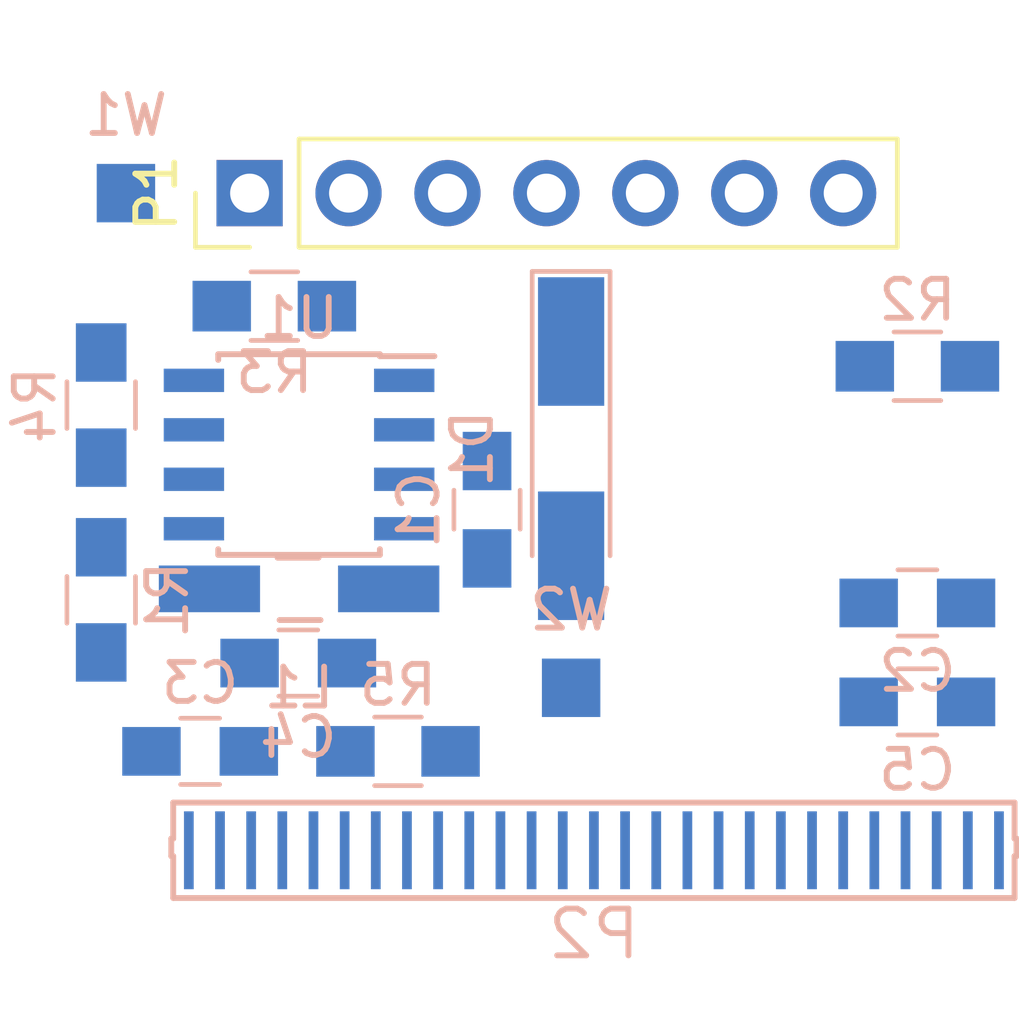
<source format=kicad_pcb>
(kicad_pcb (version 4) (host pcbnew 4.0.4-stable)

  (general
    (links 41)
    (no_connects 31)
    (area 0 0 0 0)
    (thickness 1.6)
    (drawings 0)
    (tracks 0)
    (zones 0)
    (modules 17)
    (nets 18)
  )

  (page A4)
  (layers
    (0 F.Cu signal)
    (31 B.Cu signal)
    (32 B.Adhes user)
    (33 F.Adhes user)
    (34 B.Paste user)
    (35 F.Paste user)
    (36 B.SilkS user)
    (37 F.SilkS user)
    (38 B.Mask user)
    (39 F.Mask user)
    (40 Dwgs.User user)
    (41 Cmts.User user)
    (42 Eco1.User user)
    (43 Eco2.User user)
    (44 Edge.Cuts user)
    (45 Margin user)
    (46 B.CrtYd user)
    (47 F.CrtYd user)
    (48 B.Fab user)
    (49 F.Fab user)
  )

  (setup
    (last_trace_width 0.25)
    (trace_clearance 0.2)
    (zone_clearance 0.508)
    (zone_45_only no)
    (trace_min 0.2)
    (segment_width 0.2)
    (edge_width 0.15)
    (via_size 0.6)
    (via_drill 0.4)
    (via_min_size 0.4)
    (via_min_drill 0.3)
    (uvia_size 0.3)
    (uvia_drill 0.1)
    (uvias_allowed no)
    (uvia_min_size 0.2)
    (uvia_min_drill 0.1)
    (pcb_text_width 0.3)
    (pcb_text_size 1.5 1.5)
    (mod_edge_width 0.15)
    (mod_text_size 1 1)
    (mod_text_width 0.15)
    (pad_size 1.524 1.524)
    (pad_drill 0.762)
    (pad_to_mask_clearance 0.2)
    (aux_axis_origin 0 0)
    (visible_elements FFFFFF7F)
    (pcbplotparams
      (layerselection 0x00030_80000001)
      (usegerberextensions false)
      (excludeedgelayer true)
      (linewidth 0.200000)
      (plotframeref false)
      (viasonmask false)
      (mode 1)
      (useauxorigin false)
      (hpglpennumber 1)
      (hpglpenspeed 20)
      (hpglpendiameter 15)
      (hpglpenoverlay 2)
      (psnegative false)
      (psa4output false)
      (plotreference true)
      (plotvalue true)
      (plotinvisibletext false)
      (padsonsilk false)
      (subtractmaskfromsilk false)
      (outputformat 1)
      (mirror false)
      (drillshape 1)
      (scaleselection 1)
      (outputdirectory ""))
  )

  (net 0 "")
  (net 1 "Net-(C1-Pad1)")
  (net 2 GND)
  (net 3 VCC)
  (net 4 VDD)
  (net 5 "Net-(C4-Pad2)")
  (net 6 VCOM)
  (net 7 "Net-(D1-Pad1)")
  (net 8 VEE)
  (net 9 SCL)
  (net 10 SDA)
  (net 11 RST)
  (net 12 DC)
  (net 13 CS)
  (net 14 "Net-(P2-Pad19)")
  (net 15 "Net-(R1-Pad2)")
  (net 16 "Net-(R3-Pad1)")
  (net 17 "Net-(R3-Pad2)")

  (net_class Default "This is the default net class."
    (clearance 0.2)
    (trace_width 0.25)
    (via_dia 0.6)
    (via_drill 0.4)
    (uvia_dia 0.3)
    (uvia_drill 0.1)
    (add_net CS)
    (add_net DC)
    (add_net GND)
    (add_net "Net-(C1-Pad1)")
    (add_net "Net-(C4-Pad2)")
    (add_net "Net-(D1-Pad1)")
    (add_net "Net-(P2-Pad19)")
    (add_net "Net-(R1-Pad2)")
    (add_net "Net-(R3-Pad1)")
    (add_net "Net-(R3-Pad2)")
    (add_net RST)
    (add_net SCL)
    (add_net SDA)
    (add_net VCC)
    (add_net VCOM)
    (add_net VDD)
    (add_net VEE)
  )

  (module Capacitors_SMD:C_0805_HandSoldering (layer B.Cu) (tedit 58AA84A8) (tstamp 58BE01DA)
    (at 147.066 89.408 270)
    (descr "Capacitor SMD 0805, hand soldering")
    (tags "capacitor 0805")
    (path /58BBE04D)
    (attr smd)
    (fp_text reference C1 (at 0 1.75 270) (layer B.SilkS)
      (effects (font (size 1 1) (thickness 0.15)) (justify mirror))
    )
    (fp_text value 470P (at 0 -1.75 270) (layer B.Fab)
      (effects (font (size 1 1) (thickness 0.15)) (justify mirror))
    )
    (fp_text user %R (at 0 1.75 270) (layer B.Fab)
      (effects (font (size 1 1) (thickness 0.15)) (justify mirror))
    )
    (fp_line (start -1 -0.62) (end -1 0.62) (layer B.Fab) (width 0.1))
    (fp_line (start 1 -0.62) (end -1 -0.62) (layer B.Fab) (width 0.1))
    (fp_line (start 1 0.62) (end 1 -0.62) (layer B.Fab) (width 0.1))
    (fp_line (start -1 0.62) (end 1 0.62) (layer B.Fab) (width 0.1))
    (fp_line (start 0.5 0.85) (end -0.5 0.85) (layer B.SilkS) (width 0.12))
    (fp_line (start -0.5 -0.85) (end 0.5 -0.85) (layer B.SilkS) (width 0.12))
    (fp_line (start -2.25 0.88) (end 2.25 0.88) (layer B.CrtYd) (width 0.05))
    (fp_line (start -2.25 0.88) (end -2.25 -0.87) (layer B.CrtYd) (width 0.05))
    (fp_line (start 2.25 -0.87) (end 2.25 0.88) (layer B.CrtYd) (width 0.05))
    (fp_line (start 2.25 -0.87) (end -2.25 -0.87) (layer B.CrtYd) (width 0.05))
    (pad 1 smd rect (at -1.25 0 270) (size 1.5 1.25) (layers B.Cu B.Paste B.Mask)
      (net 1 "Net-(C1-Pad1)"))
    (pad 2 smd rect (at 1.25 0 270) (size 1.5 1.25) (layers B.Cu B.Paste B.Mask)
      (net 2 GND))
    (model Capacitors_SMD.3dshapes/C_0805.wrl
      (at (xyz 0 0 0))
      (scale (xyz 1 1 1))
      (rotate (xyz 0 0 0))
    )
  )

  (module Capacitors_SMD:C_0805_HandSoldering (layer B.Cu) (tedit 58AA84A8) (tstamp 58BE01E0)
    (at 158.115 91.801534)
    (descr "Capacitor SMD 0805, hand soldering")
    (tags "capacitor 0805")
    (path /58BBCA6A)
    (attr smd)
    (fp_text reference C2 (at 0 1.75) (layer B.SilkS)
      (effects (font (size 1 1) (thickness 0.15)) (justify mirror))
    )
    (fp_text value 4.7uF (at 0 -1.75) (layer B.Fab)
      (effects (font (size 1 1) (thickness 0.15)) (justify mirror))
    )
    (fp_text user %R (at 0 1.75) (layer B.Fab)
      (effects (font (size 1 1) (thickness 0.15)) (justify mirror))
    )
    (fp_line (start -1 -0.62) (end -1 0.62) (layer B.Fab) (width 0.1))
    (fp_line (start 1 -0.62) (end -1 -0.62) (layer B.Fab) (width 0.1))
    (fp_line (start 1 0.62) (end 1 -0.62) (layer B.Fab) (width 0.1))
    (fp_line (start -1 0.62) (end 1 0.62) (layer B.Fab) (width 0.1))
    (fp_line (start 0.5 0.85) (end -0.5 0.85) (layer B.SilkS) (width 0.12))
    (fp_line (start -0.5 -0.85) (end 0.5 -0.85) (layer B.SilkS) (width 0.12))
    (fp_line (start -2.25 0.88) (end 2.25 0.88) (layer B.CrtYd) (width 0.05))
    (fp_line (start -2.25 0.88) (end -2.25 -0.87) (layer B.CrtYd) (width 0.05))
    (fp_line (start 2.25 -0.87) (end 2.25 0.88) (layer B.CrtYd) (width 0.05))
    (fp_line (start 2.25 -0.87) (end -2.25 -0.87) (layer B.CrtYd) (width 0.05))
    (pad 1 smd rect (at -1.25 0) (size 1.5 1.25) (layers B.Cu B.Paste B.Mask)
      (net 3 VCC))
    (pad 2 smd rect (at 1.25 0) (size 1.5 1.25) (layers B.Cu B.Paste B.Mask)
      (net 2 GND))
    (model Capacitors_SMD.3dshapes/C_0805.wrl
      (at (xyz 0 0 0))
      (scale (xyz 1 1 1))
      (rotate (xyz 0 0 0))
    )
  )

  (module Capacitors_SMD:C_0805_HandSoldering (layer B.Cu) (tedit 58AA84A8) (tstamp 58BE01E6)
    (at 139.7 95.611534 180)
    (descr "Capacitor SMD 0805, hand soldering")
    (tags "capacitor 0805")
    (path /58BBC9F3)
    (attr smd)
    (fp_text reference C3 (at 0 1.75 180) (layer B.SilkS)
      (effects (font (size 1 1) (thickness 0.15)) (justify mirror))
    )
    (fp_text value 4.7uF (at 0 -1.75 180) (layer B.Fab)
      (effects (font (size 1 1) (thickness 0.15)) (justify mirror))
    )
    (fp_text user %R (at 0 1.75 180) (layer B.Fab)
      (effects (font (size 1 1) (thickness 0.15)) (justify mirror))
    )
    (fp_line (start -1 -0.62) (end -1 0.62) (layer B.Fab) (width 0.1))
    (fp_line (start 1 -0.62) (end -1 -0.62) (layer B.Fab) (width 0.1))
    (fp_line (start 1 0.62) (end 1 -0.62) (layer B.Fab) (width 0.1))
    (fp_line (start -1 0.62) (end 1 0.62) (layer B.Fab) (width 0.1))
    (fp_line (start 0.5 0.85) (end -0.5 0.85) (layer B.SilkS) (width 0.12))
    (fp_line (start -0.5 -0.85) (end 0.5 -0.85) (layer B.SilkS) (width 0.12))
    (fp_line (start -2.25 0.88) (end 2.25 0.88) (layer B.CrtYd) (width 0.05))
    (fp_line (start -2.25 0.88) (end -2.25 -0.87) (layer B.CrtYd) (width 0.05))
    (fp_line (start 2.25 -0.87) (end 2.25 0.88) (layer B.CrtYd) (width 0.05))
    (fp_line (start 2.25 -0.87) (end -2.25 -0.87) (layer B.CrtYd) (width 0.05))
    (pad 1 smd rect (at -1.25 0 180) (size 1.5 1.25) (layers B.Cu B.Paste B.Mask)
      (net 4 VDD))
    (pad 2 smd rect (at 1.25 0 180) (size 1.5 1.25) (layers B.Cu B.Paste B.Mask)
      (net 2 GND))
    (model Capacitors_SMD.3dshapes/C_0805.wrl
      (at (xyz 0 0 0))
      (scale (xyz 1 1 1))
      (rotate (xyz 0 0 0))
    )
  )

  (module Capacitors_SMD:C_0805_HandSoldering (layer B.Cu) (tedit 58AA84A8) (tstamp 58BE01EC)
    (at 142.22 93.345)
    (descr "Capacitor SMD 0805, hand soldering")
    (tags "capacitor 0805")
    (path /58BBE87B)
    (attr smd)
    (fp_text reference C4 (at 0 1.905) (layer B.SilkS)
      (effects (font (size 1 1) (thickness 0.15)) (justify mirror))
    )
    (fp_text value 470 (at 0 -1.75) (layer B.Fab)
      (effects (font (size 1 1) (thickness 0.15)) (justify mirror))
    )
    (fp_text user %R (at 0 1.75) (layer B.Fab)
      (effects (font (size 1 1) (thickness 0.15)) (justify mirror))
    )
    (fp_line (start -1 -0.62) (end -1 0.62) (layer B.Fab) (width 0.1))
    (fp_line (start 1 -0.62) (end -1 -0.62) (layer B.Fab) (width 0.1))
    (fp_line (start 1 0.62) (end 1 -0.62) (layer B.Fab) (width 0.1))
    (fp_line (start -1 0.62) (end 1 0.62) (layer B.Fab) (width 0.1))
    (fp_line (start 0.5 0.85) (end -0.5 0.85) (layer B.SilkS) (width 0.12))
    (fp_line (start -0.5 -0.85) (end 0.5 -0.85) (layer B.SilkS) (width 0.12))
    (fp_line (start -2.25 0.88) (end 2.25 0.88) (layer B.CrtYd) (width 0.05))
    (fp_line (start -2.25 0.88) (end -2.25 -0.87) (layer B.CrtYd) (width 0.05))
    (fp_line (start 2.25 -0.87) (end 2.25 0.88) (layer B.CrtYd) (width 0.05))
    (fp_line (start 2.25 -0.87) (end -2.25 -0.87) (layer B.CrtYd) (width 0.05))
    (pad 1 smd rect (at -1.25 0) (size 1.5 1.25) (layers B.Cu B.Paste B.Mask)
      (net 2 GND))
    (pad 2 smd rect (at 1.25 0) (size 1.5 1.25) (layers B.Cu B.Paste B.Mask)
      (net 5 "Net-(C4-Pad2)"))
    (model Capacitors_SMD.3dshapes/C_0805.wrl
      (at (xyz 0 0 0))
      (scale (xyz 1 1 1))
      (rotate (xyz 0 0 0))
    )
  )

  (module Capacitors_SMD:C_0805_HandSoldering (layer B.Cu) (tedit 58AA84A8) (tstamp 58BE01F2)
    (at 158.115 94.341534)
    (descr "Capacitor SMD 0805, hand soldering")
    (tags "capacitor 0805")
    (path /58BBC890)
    (attr smd)
    (fp_text reference C5 (at 0 1.75) (layer B.SilkS)
      (effects (font (size 1 1) (thickness 0.15)) (justify mirror))
    )
    (fp_text value 4.7uF (at 0 -1.75) (layer B.Fab)
      (effects (font (size 1 1) (thickness 0.15)) (justify mirror))
    )
    (fp_text user %R (at 0 1.75) (layer B.Fab)
      (effects (font (size 1 1) (thickness 0.15)) (justify mirror))
    )
    (fp_line (start -1 -0.62) (end -1 0.62) (layer B.Fab) (width 0.1))
    (fp_line (start 1 -0.62) (end -1 -0.62) (layer B.Fab) (width 0.1))
    (fp_line (start 1 0.62) (end 1 -0.62) (layer B.Fab) (width 0.1))
    (fp_line (start -1 0.62) (end 1 0.62) (layer B.Fab) (width 0.1))
    (fp_line (start 0.5 0.85) (end -0.5 0.85) (layer B.SilkS) (width 0.12))
    (fp_line (start -0.5 -0.85) (end 0.5 -0.85) (layer B.SilkS) (width 0.12))
    (fp_line (start -2.25 0.88) (end 2.25 0.88) (layer B.CrtYd) (width 0.05))
    (fp_line (start -2.25 0.88) (end -2.25 -0.87) (layer B.CrtYd) (width 0.05))
    (fp_line (start 2.25 -0.87) (end 2.25 0.88) (layer B.CrtYd) (width 0.05))
    (fp_line (start 2.25 -0.87) (end -2.25 -0.87) (layer B.CrtYd) (width 0.05))
    (pad 1 smd rect (at -1.25 0) (size 1.5 1.25) (layers B.Cu B.Paste B.Mask)
      (net 6 VCOM))
    (pad 2 smd rect (at 1.25 0) (size 1.5 1.25) (layers B.Cu B.Paste B.Mask)
      (net 2 GND))
    (model Capacitors_SMD.3dshapes/C_0805.wrl
      (at (xyz 0 0 0))
      (scale (xyz 1 1 1))
      (rotate (xyz 0 0 0))
    )
  )

  (module Diodes_SMD:D_MiniMELF_Handsoldering (layer B.Cu) (tedit 586459CA) (tstamp 58BE01F8)
    (at 149.225 87.84 270)
    (descr "Diode Mini-MELF Handsoldering")
    (tags "Diode Mini-MELF Handsoldering")
    (path /58BBDCC5)
    (attr smd)
    (fp_text reference D1 (at 0 2.54 270) (layer B.SilkS)
      (effects (font (size 1 1) (thickness 0.15)) (justify mirror))
    )
    (fp_text value 1N5819 (at 0 -3.81 270) (layer B.Fab)
      (effects (font (size 1 1) (thickness 0.15)) (justify mirror))
    )
    (fp_line (start 2.75 1) (end -4.55 1) (layer B.SilkS) (width 0.12))
    (fp_line (start -4.55 1) (end -4.55 -1) (layer B.SilkS) (width 0.12))
    (fp_line (start -4.55 -1) (end 2.75 -1) (layer B.SilkS) (width 0.12))
    (fp_line (start 1.65 0.8) (end 1.65 -0.8) (layer B.Fab) (width 0.1))
    (fp_line (start 1.65 -0.8) (end -1.65 -0.8) (layer B.Fab) (width 0.1))
    (fp_line (start -1.65 -0.8) (end -1.65 0.8) (layer B.Fab) (width 0.1))
    (fp_line (start -1.65 0.8) (end 1.65 0.8) (layer B.Fab) (width 0.1))
    (fp_line (start 0.25 0) (end 0.75 0) (layer B.Fab) (width 0.1))
    (fp_line (start 0.25 -0.4) (end -0.35 0) (layer B.Fab) (width 0.1))
    (fp_line (start 0.25 0.4) (end 0.25 -0.4) (layer B.Fab) (width 0.1))
    (fp_line (start -0.35 0) (end 0.25 0.4) (layer B.Fab) (width 0.1))
    (fp_line (start -0.35 0) (end -0.35 -0.55) (layer B.Fab) (width 0.1))
    (fp_line (start -0.35 0) (end -0.35 0.55) (layer B.Fab) (width 0.1))
    (fp_line (start -0.75 0) (end -0.35 0) (layer B.Fab) (width 0.1))
    (fp_line (start -4.65 1.1) (end 4.65 1.1) (layer B.CrtYd) (width 0.05))
    (fp_line (start 4.65 1.1) (end 4.65 -1.1) (layer B.CrtYd) (width 0.05))
    (fp_line (start 4.65 -1.1) (end -4.65 -1.1) (layer B.CrtYd) (width 0.05))
    (fp_line (start -4.65 -1.1) (end -4.65 1.1) (layer B.CrtYd) (width 0.05))
    (pad 1 smd rect (at -2.75 0 270) (size 3.3 1.7) (layers B.Cu B.Paste B.Mask)
      (net 7 "Net-(D1-Pad1)"))
    (pad 2 smd rect (at 2.75 0 270) (size 3.3 1.7) (layers B.Cu B.Paste B.Mask)
      (net 2 GND))
    (model Diodes_SMD.3dshapes/D_MiniMELF_Handsoldering.wrl
      (at (xyz 0 0 0))
      (scale (xyz 0.3937 0.3937 0.3937))
      (rotate (xyz 0 0 180))
    )
  )

  (module Choke_SMD:Choke_SMD_1206_Handsoldering (layer B.Cu) (tedit 0) (tstamp 58BE01FE)
    (at 142.24 91.44)
    (descr "Choke, Drossel, SMD, 1206, Handsoldering,")
    (tags "Choke, Drossel, SMD, 1206, Handsoldering,")
    (path /58BBEF34)
    (attr smd)
    (fp_text reference L1 (at 0 2.54) (layer B.SilkS)
      (effects (font (size 1 1) (thickness 0.15)) (justify mirror))
    )
    (fp_text value 220uH (at 0 -2.54) (layer B.Fab)
      (effects (font (size 1 1) (thickness 0.15)) (justify mirror))
    )
    (fp_line (start -0.55118 -0.8001) (end 0.50038 -0.8001) (layer B.SilkS) (width 0.15))
    (fp_line (start 0.55118 0.8001) (end -0.50038 0.8001) (layer B.SilkS) (width 0.15))
    (pad 1 smd rect (at -2.30124 0) (size 2.59842 1.19888) (layers B.Cu B.Paste B.Mask)
      (net 7 "Net-(D1-Pad1)"))
    (pad 2 smd rect (at 2.30124 0) (size 2.60096 1.19888) (layers B.Cu B.Paste B.Mask)
      (net 5 "Net-(C4-Pad2)"))
  )

  (module Pin_Headers:Pin_Header_Straight_1x07_Pitch2.54mm (layer F.Cu) (tedit 5862ED52) (tstamp 58BE0209)
    (at 140.97 81.28 90)
    (descr "Through hole straight pin header, 1x07, 2.54mm pitch, single row")
    (tags "Through hole pin header THT 1x07 2.54mm single row")
    (path /58BBCB80)
    (fp_text reference P1 (at 0 -2.39 90) (layer F.SilkS)
      (effects (font (size 1 1) (thickness 0.15)))
    )
    (fp_text value CONN_01X07 (at 0 17.63 90) (layer F.Fab)
      (effects (font (size 1 1) (thickness 0.15)))
    )
    (fp_line (start -1.27 -1.27) (end -1.27 16.51) (layer F.Fab) (width 0.1))
    (fp_line (start -1.27 16.51) (end 1.27 16.51) (layer F.Fab) (width 0.1))
    (fp_line (start 1.27 16.51) (end 1.27 -1.27) (layer F.Fab) (width 0.1))
    (fp_line (start 1.27 -1.27) (end -1.27 -1.27) (layer F.Fab) (width 0.1))
    (fp_line (start -1.39 1.27) (end -1.39 16.63) (layer F.SilkS) (width 0.12))
    (fp_line (start -1.39 16.63) (end 1.39 16.63) (layer F.SilkS) (width 0.12))
    (fp_line (start 1.39 16.63) (end 1.39 1.27) (layer F.SilkS) (width 0.12))
    (fp_line (start 1.39 1.27) (end -1.39 1.27) (layer F.SilkS) (width 0.12))
    (fp_line (start -1.39 0) (end -1.39 -1.39) (layer F.SilkS) (width 0.12))
    (fp_line (start -1.39 -1.39) (end 0 -1.39) (layer F.SilkS) (width 0.12))
    (fp_line (start -1.6 -1.6) (end -1.6 16.8) (layer F.CrtYd) (width 0.05))
    (fp_line (start -1.6 16.8) (end 1.6 16.8) (layer F.CrtYd) (width 0.05))
    (fp_line (start 1.6 16.8) (end 1.6 -1.6) (layer F.CrtYd) (width 0.05))
    (fp_line (start 1.6 -1.6) (end -1.6 -1.6) (layer F.CrtYd) (width 0.05))
    (pad 1 thru_hole rect (at 0 0 90) (size 1.7 1.7) (drill 1) (layers *.Cu *.Mask)
      (net 2 GND))
    (pad 2 thru_hole oval (at 0 2.54 90) (size 1.7 1.7) (drill 1) (layers *.Cu *.Mask)
      (net 8 VEE))
    (pad 3 thru_hole oval (at 0 5.08 90) (size 1.7 1.7) (drill 1) (layers *.Cu *.Mask)
      (net 9 SCL))
    (pad 4 thru_hole oval (at 0 7.62 90) (size 1.7 1.7) (drill 1) (layers *.Cu *.Mask)
      (net 10 SDA))
    (pad 5 thru_hole oval (at 0 10.16 90) (size 1.7 1.7) (drill 1) (layers *.Cu *.Mask)
      (net 11 RST))
    (pad 6 thru_hole oval (at 0 12.7 90) (size 1.7 1.7) (drill 1) (layers *.Cu *.Mask)
      (net 12 DC))
    (pad 7 thru_hole oval (at 0 15.24 90) (size 1.7 1.7) (drill 1) (layers *.Cu *.Mask)
      (net 13 CS))
    (model Pin_Headers.3dshapes/Pin_Header_Straight_1x07_Pitch2.54mm.wrl
      (at (xyz 0 -0.3 0))
      (scale (xyz 1 1 1))
      (rotate (xyz 0 0 90))
    )
  )

  (module footprints:FPC_27 (layer B.Cu) (tedit 0) (tstamp 58BE0236)
    (at 149.81 98.151534 180)
    (path /58BBC321)
    (fp_text reference P2 (at 0 -2.15 180) (layer B.SilkS)
      (effects (font (size 1.2 1.2) (thickness 0.15)) (justify mirror))
    )
    (fp_text value CONN_01X27 (at 0 -3.5 180) (layer B.Fab)
      (effects (font (size 1.2 1.2) (thickness 0.15)) (justify mirror))
    )
    (fp_line (start -10.8 1.225) (end 10.8 1.225) (layer B.SilkS) (width 0.15))
    (fp_line (start -10.8 -1.225) (end 10.8 -1.225) (layer B.SilkS) (width 0.15))
    (fp_line (start -10.8 -1.225) (end -10.8 -0.15) (layer B.SilkS) (width 0.15))
    (fp_line (start 10.8 -1.225) (end 10.8 -0.15) (layer B.SilkS) (width 0.15))
    (fp_line (start -10.8 -0.15) (end -10.85 -0.15) (layer B.SilkS) (width 0.15))
    (fp_line (start 10.8 -0.15) (end 10.85 -0.15) (layer B.SilkS) (width 0.15))
    (fp_line (start -10.85 -0.15) (end -10.85 0.3) (layer B.SilkS) (width 0.15))
    (fp_line (start 10.85 -0.15) (end 10.85 0.3) (layer B.SilkS) (width 0.15))
    (fp_line (start -10.85 0.3) (end -10.8 0.3) (layer B.SilkS) (width 0.15))
    (fp_line (start 10.85 0.3) (end 10.8 0.3) (layer B.SilkS) (width 0.15))
    (fp_line (start -10.8 0.3) (end -10.8 1.225) (layer B.SilkS) (width 0.15))
    (fp_line (start 10.8 0.3) (end 10.8 1.225) (layer B.SilkS) (width 0.15))
    (pad 1 smd rect (at -10.4 0 180) (size 0.25 2) (layers B.Cu B.Paste B.Mask))
    (pad 2 smd rect (at -9.6 0 180) (size 0.25 2) (layers B.Cu B.Paste B.Mask)
      (net 2 GND))
    (pad 3 smd rect (at -8.8 0 180) (size 0.25 2) (layers B.Cu B.Paste B.Mask)
      (net 4 VDD))
    (pad 4 smd rect (at -8 0 180) (size 0.25 2) (layers B.Cu B.Paste B.Mask)
      (net 3 VCC))
    (pad 5 smd rect (at -7.2 0 180) (size 0.25 2) (layers B.Cu B.Paste B.Mask)
      (net 6 VCOM))
    (pad 6 smd rect (at -6.4 0 180) (size 0.25 2) (layers B.Cu B.Paste B.Mask))
    (pad 7 smd rect (at -5.6 0 180) (size 0.25 2) (layers B.Cu B.Paste B.Mask))
    (pad 8 smd rect (at -4.8 0 180) (size 0.25 2) (layers B.Cu B.Paste B.Mask))
    (pad 9 smd rect (at -4 0 180) (size 0.25 2) (layers B.Cu B.Paste B.Mask))
    (pad 10 smd rect (at -3.2 0 180) (size 0.25 2) (layers B.Cu B.Paste B.Mask))
    (pad 11 smd rect (at -2.4 0 180) (size 0.25 2) (layers B.Cu B.Paste B.Mask))
    (pad 12 smd rect (at -1.6 0 180) (size 0.25 2) (layers B.Cu B.Paste B.Mask)
      (net 10 SDA))
    (pad 13 smd rect (at -0.8 0 180) (size 0.25 2) (layers B.Cu B.Paste B.Mask)
      (net 9 SCL))
    (pad 14 smd rect (at 0 0 180) (size 0.25 2) (layers B.Cu B.Paste B.Mask))
    (pad 15 smd rect (at 0.8 0 180) (size 0.25 2) (layers B.Cu B.Paste B.Mask))
    (pad 16 smd rect (at 1.6 0 180) (size 0.25 2) (layers B.Cu B.Paste B.Mask)
      (net 12 DC))
    (pad 17 smd rect (at 2.4 0 180) (size 0.25 2) (layers B.Cu B.Paste B.Mask)
      (net 11 RST))
    (pad 18 smd rect (at 3.2 0 180) (size 0.25 2) (layers B.Cu B.Paste B.Mask)
      (net 13 CS))
    (pad 19 smd rect (at 4 0 180) (size 0.25 2) (layers B.Cu B.Paste B.Mask)
      (net 14 "Net-(P2-Pad19)"))
    (pad 20 smd rect (at 4.8 0 180) (size 0.25 2) (layers B.Cu B.Paste B.Mask)
      (net 2 GND))
    (pad 21 smd rect (at 5.6 0 180) (size 0.25 2) (layers B.Cu B.Paste B.Mask)
      (net 2 GND))
    (pad 22 smd rect (at 6.4 0 180) (size 0.25 2) (layers B.Cu B.Paste B.Mask)
      (net 4 VDD))
    (pad 23 smd rect (at 7.2 0 180) (size 0.25 2) (layers B.Cu B.Paste B.Mask)
      (net 6 VCOM))
    (pad 24 smd rect (at 8 0 180) (size 0.25 2) (layers B.Cu B.Paste B.Mask)
      (net 3 VCC))
    (pad 25 smd rect (at 8.8 0 180) (size 0.25 2) (layers B.Cu B.Paste B.Mask)
      (net 4 VDD))
    (pad 26 smd rect (at 9.6 0 180) (size 0.25 2) (layers B.Cu B.Paste B.Mask)
      (net 2 GND))
    (pad 27 smd rect (at 10.4 0 180) (size 0.25 2) (layers B.Cu B.Paste B.Mask))
    (pad 0 smd rect (at -10.4 0 180) (size 0 0) (layers B.Cu B.Paste B.Mask))
    (pad 0 smd rect (at 10.4 0 180) (size 0 0) (layers B.Cu B.Paste B.Mask))
  )

  (module Resistors_SMD:R_0805_HandSoldering (layer B.Cu) (tedit 58AADA1D) (tstamp 58BE023C)
    (at 137.16 91.721534 90)
    (descr "Resistor SMD 0805, hand soldering")
    (tags "resistor 0805")
    (path /58BBF14A)
    (attr smd)
    (fp_text reference R1 (at 0 1.7 90) (layer B.SilkS)
      (effects (font (size 1 1) (thickness 0.15)) (justify mirror))
    )
    (fp_text value 45K (at 0 -1.75 90) (layer B.Fab)
      (effects (font (size 1 1) (thickness 0.15)) (justify mirror))
    )
    (fp_text user %R (at 0 1.7 90) (layer B.Fab)
      (effects (font (size 1 1) (thickness 0.15)) (justify mirror))
    )
    (fp_line (start -1 -0.62) (end -1 0.62) (layer B.Fab) (width 0.1))
    (fp_line (start 1 -0.62) (end -1 -0.62) (layer B.Fab) (width 0.1))
    (fp_line (start 1 0.62) (end 1 -0.62) (layer B.Fab) (width 0.1))
    (fp_line (start -1 0.62) (end 1 0.62) (layer B.Fab) (width 0.1))
    (fp_line (start 0.6 -0.88) (end -0.6 -0.88) (layer B.SilkS) (width 0.12))
    (fp_line (start -0.6 0.88) (end 0.6 0.88) (layer B.SilkS) (width 0.12))
    (fp_line (start -2.35 0.9) (end 2.35 0.9) (layer B.CrtYd) (width 0.05))
    (fp_line (start -2.35 0.9) (end -2.35 -0.9) (layer B.CrtYd) (width 0.05))
    (fp_line (start 2.35 -0.9) (end 2.35 0.9) (layer B.CrtYd) (width 0.05))
    (fp_line (start 2.35 -0.9) (end -2.35 -0.9) (layer B.CrtYd) (width 0.05))
    (pad 1 smd rect (at -1.35 0 90) (size 1.5 1.3) (layers B.Cu B.Paste B.Mask)
      (net 5 "Net-(C4-Pad2)"))
    (pad 2 smd rect (at 1.35 0 90) (size 1.5 1.3) (layers B.Cu B.Paste B.Mask)
      (net 15 "Net-(R1-Pad2)"))
    (model Resistors_SMD.3dshapes/R_0805.wrl
      (at (xyz 0 0 0))
      (scale (xyz 1 1 1))
      (rotate (xyz 0 0 0))
    )
  )

  (module Resistors_SMD:R_0805_HandSoldering (layer B.Cu) (tedit 58AADA1D) (tstamp 58BE0242)
    (at 158.115 85.725 180)
    (descr "Resistor SMD 0805, hand soldering")
    (tags "resistor 0805")
    (path /58BBC6E4)
    (attr smd)
    (fp_text reference R2 (at 0 1.7 180) (layer B.SilkS)
      (effects (font (size 1 1) (thickness 0.15)) (justify mirror))
    )
    (fp_text value 470 (at 0 -1.75 180) (layer B.Fab)
      (effects (font (size 1 1) (thickness 0.15)) (justify mirror))
    )
    (fp_text user %R (at 0 1.7 180) (layer B.Fab)
      (effects (font (size 1 1) (thickness 0.15)) (justify mirror))
    )
    (fp_line (start -1 -0.62) (end -1 0.62) (layer B.Fab) (width 0.1))
    (fp_line (start 1 -0.62) (end -1 -0.62) (layer B.Fab) (width 0.1))
    (fp_line (start 1 0.62) (end 1 -0.62) (layer B.Fab) (width 0.1))
    (fp_line (start -1 0.62) (end 1 0.62) (layer B.Fab) (width 0.1))
    (fp_line (start 0.6 -0.88) (end -0.6 -0.88) (layer B.SilkS) (width 0.12))
    (fp_line (start -0.6 0.88) (end 0.6 0.88) (layer B.SilkS) (width 0.12))
    (fp_line (start -2.35 0.9) (end 2.35 0.9) (layer B.CrtYd) (width 0.05))
    (fp_line (start -2.35 0.9) (end -2.35 -0.9) (layer B.CrtYd) (width 0.05))
    (fp_line (start 2.35 -0.9) (end 2.35 0.9) (layer B.CrtYd) (width 0.05))
    (fp_line (start 2.35 -0.9) (end -2.35 -0.9) (layer B.CrtYd) (width 0.05))
    (pad 1 smd rect (at -1.35 0 180) (size 1.5 1.3) (layers B.Cu B.Paste B.Mask)
      (net 8 VEE))
    (pad 2 smd rect (at 1.35 0 180) (size 1.5 1.3) (layers B.Cu B.Paste B.Mask)
      (net 3 VCC))
    (model Resistors_SMD.3dshapes/R_0805.wrl
      (at (xyz 0 0 0))
      (scale (xyz 1 1 1))
      (rotate (xyz 0 0 0))
    )
  )

  (module Resistors_SMD:R_0805_HandSoldering (layer B.Cu) (tedit 58AADA1D) (tstamp 58BE0248)
    (at 141.605 84.181534)
    (descr "Resistor SMD 0805, hand soldering")
    (tags "resistor 0805")
    (path /58BBDB64)
    (attr smd)
    (fp_text reference R3 (at 0 1.7) (layer B.SilkS)
      (effects (font (size 1 1) (thickness 0.15)) (justify mirror))
    )
    (fp_text value 033 (at 0 -1.75) (layer B.Fab)
      (effects (font (size 1 1) (thickness 0.15)) (justify mirror))
    )
    (fp_text user %R (at 0 1.7) (layer B.Fab)
      (effects (font (size 1 1) (thickness 0.15)) (justify mirror))
    )
    (fp_line (start -1 -0.62) (end -1 0.62) (layer B.Fab) (width 0.1))
    (fp_line (start 1 -0.62) (end -1 -0.62) (layer B.Fab) (width 0.1))
    (fp_line (start 1 0.62) (end 1 -0.62) (layer B.Fab) (width 0.1))
    (fp_line (start -1 0.62) (end 1 0.62) (layer B.Fab) (width 0.1))
    (fp_line (start 0.6 -0.88) (end -0.6 -0.88) (layer B.SilkS) (width 0.12))
    (fp_line (start -0.6 0.88) (end 0.6 0.88) (layer B.SilkS) (width 0.12))
    (fp_line (start -2.35 0.9) (end 2.35 0.9) (layer B.CrtYd) (width 0.05))
    (fp_line (start -2.35 0.9) (end -2.35 -0.9) (layer B.CrtYd) (width 0.05))
    (fp_line (start 2.35 -0.9) (end 2.35 0.9) (layer B.CrtYd) (width 0.05))
    (fp_line (start 2.35 -0.9) (end -2.35 -0.9) (layer B.CrtYd) (width 0.05))
    (pad 1 smd rect (at -1.35 0) (size 1.5 1.3) (layers B.Cu B.Paste B.Mask)
      (net 16 "Net-(R3-Pad1)"))
    (pad 2 smd rect (at 1.35 0) (size 1.5 1.3) (layers B.Cu B.Paste B.Mask)
      (net 17 "Net-(R3-Pad2)"))
    (model Resistors_SMD.3dshapes/R_0805.wrl
      (at (xyz 0 0 0))
      (scale (xyz 1 1 1))
      (rotate (xyz 0 0 0))
    )
  )

  (module Resistors_SMD:R_0805_HandSoldering (layer B.Cu) (tedit 58AADA1D) (tstamp 58BE024E)
    (at 137.16 86.721534 270)
    (descr "Resistor SMD 0805, hand soldering")
    (tags "resistor 0805")
    (path /58BBD995)
    (attr smd)
    (fp_text reference R4 (at 0 1.7 270) (layer B.SilkS)
      (effects (font (size 1 1) (thickness 0.15)) (justify mirror))
    )
    (fp_text value 1.2K (at 0 -1.75 270) (layer B.Fab)
      (effects (font (size 1 1) (thickness 0.15)) (justify mirror))
    )
    (fp_text user %R (at 0 1.7 270) (layer B.Fab)
      (effects (font (size 1 1) (thickness 0.15)) (justify mirror))
    )
    (fp_line (start -1 -0.62) (end -1 0.62) (layer B.Fab) (width 0.1))
    (fp_line (start 1 -0.62) (end -1 -0.62) (layer B.Fab) (width 0.1))
    (fp_line (start 1 0.62) (end 1 -0.62) (layer B.Fab) (width 0.1))
    (fp_line (start -1 0.62) (end 1 0.62) (layer B.Fab) (width 0.1))
    (fp_line (start 0.6 -0.88) (end -0.6 -0.88) (layer B.SilkS) (width 0.12))
    (fp_line (start -0.6 0.88) (end 0.6 0.88) (layer B.SilkS) (width 0.12))
    (fp_line (start -2.35 0.9) (end 2.35 0.9) (layer B.CrtYd) (width 0.05))
    (fp_line (start -2.35 0.9) (end -2.35 -0.9) (layer B.CrtYd) (width 0.05))
    (fp_line (start 2.35 -0.9) (end 2.35 0.9) (layer B.CrtYd) (width 0.05))
    (fp_line (start 2.35 -0.9) (end -2.35 -0.9) (layer B.CrtYd) (width 0.05))
    (pad 1 smd rect (at -1.35 0 270) (size 1.5 1.3) (layers B.Cu B.Paste B.Mask)
      (net 2 GND))
    (pad 2 smd rect (at 1.35 0 270) (size 1.5 1.3) (layers B.Cu B.Paste B.Mask)
      (net 15 "Net-(R1-Pad2)"))
    (model Resistors_SMD.3dshapes/R_0805.wrl
      (at (xyz 0 0 0))
      (scale (xyz 1 1 1))
      (rotate (xyz 0 0 0))
    )
  )

  (module Resistors_SMD:R_0805_HandSoldering (layer B.Cu) (tedit 58AADA1D) (tstamp 58BE0254)
    (at 144.78 95.611534 180)
    (descr "Resistor SMD 0805, hand soldering")
    (tags "resistor 0805")
    (path /58BBC582)
    (attr smd)
    (fp_text reference R5 (at 0 1.7 180) (layer B.SilkS)
      (effects (font (size 1 1) (thickness 0.15)) (justify mirror))
    )
    (fp_text value 910K (at 0 -1.75 180) (layer B.Fab)
      (effects (font (size 1 1) (thickness 0.15)) (justify mirror))
    )
    (fp_text user %R (at 0 1.7 180) (layer B.Fab)
      (effects (font (size 1 1) (thickness 0.15)) (justify mirror))
    )
    (fp_line (start -1 -0.62) (end -1 0.62) (layer B.Fab) (width 0.1))
    (fp_line (start 1 -0.62) (end -1 -0.62) (layer B.Fab) (width 0.1))
    (fp_line (start 1 0.62) (end 1 -0.62) (layer B.Fab) (width 0.1))
    (fp_line (start -1 0.62) (end 1 0.62) (layer B.Fab) (width 0.1))
    (fp_line (start 0.6 -0.88) (end -0.6 -0.88) (layer B.SilkS) (width 0.12))
    (fp_line (start -0.6 0.88) (end 0.6 0.88) (layer B.SilkS) (width 0.12))
    (fp_line (start -2.35 0.9) (end 2.35 0.9) (layer B.CrtYd) (width 0.05))
    (fp_line (start -2.35 0.9) (end -2.35 -0.9) (layer B.CrtYd) (width 0.05))
    (fp_line (start 2.35 -0.9) (end 2.35 0.9) (layer B.CrtYd) (width 0.05))
    (fp_line (start 2.35 -0.9) (end -2.35 -0.9) (layer B.CrtYd) (width 0.05))
    (pad 1 smd rect (at -1.35 0 180) (size 1.5 1.3) (layers B.Cu B.Paste B.Mask)
      (net 14 "Net-(P2-Pad19)"))
    (pad 2 smd rect (at 1.35 0 180) (size 1.5 1.3) (layers B.Cu B.Paste B.Mask)
      (net 2 GND))
    (model Resistors_SMD.3dshapes/R_0805.wrl
      (at (xyz 0 0 0))
      (scale (xyz 1 1 1))
      (rotate (xyz 0 0 0))
    )
  )

  (module Housings_SOIC:SOIC-8_3.9x4.9mm_Pitch1.27mm (layer B.Cu) (tedit 54130A77) (tstamp 58BE0260)
    (at 142.24 87.991534 180)
    (descr "8-Lead Plastic Small Outline (SN) - Narrow, 3.90 mm Body [SOIC] (see Microchip Packaging Specification 00000049BS.pdf)")
    (tags "SOIC 1.27")
    (path /58BBCE83)
    (attr smd)
    (fp_text reference U1 (at 0 3.5 180) (layer B.SilkS)
      (effects (font (size 1 1) (thickness 0.15)) (justify mirror))
    )
    (fp_text value MC34063 (at 0 -3.5 180) (layer B.Fab)
      (effects (font (size 1 1) (thickness 0.15)) (justify mirror))
    )
    (fp_line (start -0.95 2.45) (end 1.95 2.45) (layer B.Fab) (width 0.15))
    (fp_line (start 1.95 2.45) (end 1.95 -2.45) (layer B.Fab) (width 0.15))
    (fp_line (start 1.95 -2.45) (end -1.95 -2.45) (layer B.Fab) (width 0.15))
    (fp_line (start -1.95 -2.45) (end -1.95 1.45) (layer B.Fab) (width 0.15))
    (fp_line (start -1.95 1.45) (end -0.95 2.45) (layer B.Fab) (width 0.15))
    (fp_line (start -3.75 2.75) (end -3.75 -2.75) (layer B.CrtYd) (width 0.05))
    (fp_line (start 3.75 2.75) (end 3.75 -2.75) (layer B.CrtYd) (width 0.05))
    (fp_line (start -3.75 2.75) (end 3.75 2.75) (layer B.CrtYd) (width 0.05))
    (fp_line (start -3.75 -2.75) (end 3.75 -2.75) (layer B.CrtYd) (width 0.05))
    (fp_line (start -2.075 2.575) (end -2.075 2.525) (layer B.SilkS) (width 0.15))
    (fp_line (start 2.075 2.575) (end 2.075 2.43) (layer B.SilkS) (width 0.15))
    (fp_line (start 2.075 -2.575) (end 2.075 -2.43) (layer B.SilkS) (width 0.15))
    (fp_line (start -2.075 -2.575) (end -2.075 -2.43) (layer B.SilkS) (width 0.15))
    (fp_line (start -2.075 2.575) (end 2.075 2.575) (layer B.SilkS) (width 0.15))
    (fp_line (start -2.075 -2.575) (end 2.075 -2.575) (layer B.SilkS) (width 0.15))
    (fp_line (start -2.075 2.525) (end -3.475 2.525) (layer B.SilkS) (width 0.15))
    (pad 1 smd rect (at -2.7 1.905 180) (size 1.55 0.6) (layers B.Cu B.Paste B.Mask)
      (net 17 "Net-(R3-Pad2)"))
    (pad 2 smd rect (at -2.7 0.635 180) (size 1.55 0.6) (layers B.Cu B.Paste B.Mask)
      (net 7 "Net-(D1-Pad1)"))
    (pad 3 smd rect (at -2.7 -0.635 180) (size 1.55 0.6) (layers B.Cu B.Paste B.Mask)
      (net 1 "Net-(C1-Pad1)"))
    (pad 4 smd rect (at -2.7 -1.905 180) (size 1.55 0.6) (layers B.Cu B.Paste B.Mask)
      (net 2 GND))
    (pad 5 smd rect (at 2.7 -1.905 180) (size 1.55 0.6) (layers B.Cu B.Paste B.Mask)
      (net 15 "Net-(R1-Pad2)"))
    (pad 6 smd rect (at 2.7 -0.635 180) (size 1.55 0.6) (layers B.Cu B.Paste B.Mask)
      (net 16 "Net-(R3-Pad1)"))
    (pad 7 smd rect (at 2.7 0.635 180) (size 1.55 0.6) (layers B.Cu B.Paste B.Mask)
      (net 17 "Net-(R3-Pad2)"))
    (pad 8 smd rect (at 2.7 1.905 180) (size 1.55 0.6) (layers B.Cu B.Paste B.Mask)
      (net 17 "Net-(R3-Pad2)"))
    (model Housings_SOIC.3dshapes/SOIC-8_3.9x4.9mm_Pitch1.27mm.wrl
      (at (xyz 0 0 0))
      (scale (xyz 1 1 1))
      (rotate (xyz 0 0 0))
    )
  )

  (module Measurement_Points:Measurement_Point_Square-SMD-Pad_Small (layer B.Cu) (tedit 56C36007) (tstamp 58BE0265)
    (at 137.795 81.28 180)
    (descr "Mesurement Point, Square, SMD Pad,  1.5mm x 1.5mm,")
    (tags "Mesurement Point Square SMD Pad 1.5x1.5mm")
    (path /58BBD8BF)
    (attr virtual)
    (fp_text reference W1 (at 0 2 180) (layer B.SilkS)
      (effects (font (size 1 1) (thickness 0.15)) (justify mirror))
    )
    (fp_text value VIN (at 0 -2 180) (layer B.Fab)
      (effects (font (size 1 1) (thickness 0.15)) (justify mirror))
    )
    (fp_line (start -1 1) (end 1 1) (layer B.CrtYd) (width 0.05))
    (fp_line (start 1 1) (end 1 -1) (layer B.CrtYd) (width 0.05))
    (fp_line (start 1 -1) (end -1 -1) (layer B.CrtYd) (width 0.05))
    (fp_line (start -1 -1) (end -1 1) (layer B.CrtYd) (width 0.05))
    (pad 1 smd rect (at 0 0 180) (size 1.5 1.5) (layers B.Cu B.Mask)
      (net 16 "Net-(R3-Pad1)"))
  )

  (module Measurement_Points:Measurement_Point_Square-SMD-Pad_Small (layer B.Cu) (tedit 56C36007) (tstamp 58BE026A)
    (at 149.225 93.98 180)
    (descr "Mesurement Point, Square, SMD Pad,  1.5mm x 1.5mm,")
    (tags "Mesurement Point Square SMD Pad 1.5x1.5mm")
    (path /58BBDE3C)
    (attr virtual)
    (fp_text reference W2 (at 0 2 180) (layer B.SilkS)
      (effects (font (size 1 1) (thickness 0.15)) (justify mirror))
    )
    (fp_text value VOUT (at 0 -2 180) (layer B.Fab)
      (effects (font (size 1 1) (thickness 0.15)) (justify mirror))
    )
    (fp_line (start -1 1) (end 1 1) (layer B.CrtYd) (width 0.05))
    (fp_line (start 1 1) (end 1 -1) (layer B.CrtYd) (width 0.05))
    (fp_line (start 1 -1) (end -1 -1) (layer B.CrtYd) (width 0.05))
    (fp_line (start -1 -1) (end -1 1) (layer B.CrtYd) (width 0.05))
    (pad 1 smd rect (at 0 0 180) (size 1.5 1.5) (layers B.Cu B.Mask)
      (net 5 "Net-(C4-Pad2)"))
  )

)

</source>
